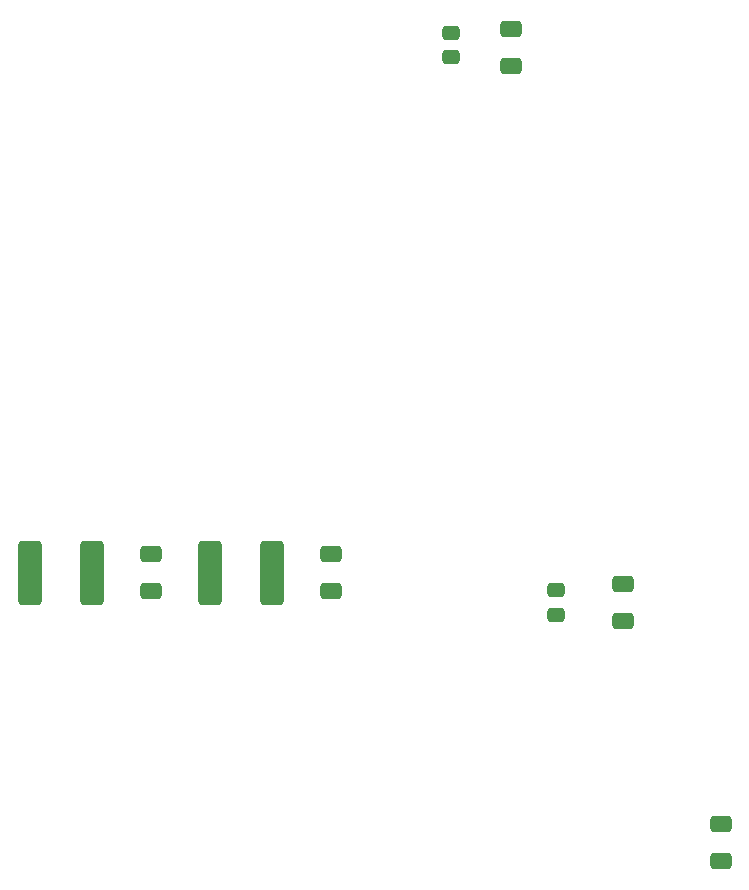
<source format=gbr>
%TF.GenerationSoftware,KiCad,Pcbnew,8.0.1*%
%TF.CreationDate,2024-08-10T06:31:29+02:00*%
%TF.ProjectId,2024-04-23 PCBV1.1,32303234-2d30-4342-9d32-332050434256,rev?*%
%TF.SameCoordinates,Original*%
%TF.FileFunction,Paste,Top*%
%TF.FilePolarity,Positive*%
%FSLAX46Y46*%
G04 Gerber Fmt 4.6, Leading zero omitted, Abs format (unit mm)*
G04 Created by KiCad (PCBNEW 8.0.1) date 2024-08-10 06:31:29*
%MOMM*%
%LPD*%
G01*
G04 APERTURE LIST*
G04 Aperture macros list*
%AMRoundRect*
0 Rectangle with rounded corners*
0 $1 Rounding radius*
0 $2 $3 $4 $5 $6 $7 $8 $9 X,Y pos of 4 corners*
0 Add a 4 corners polygon primitive as box body*
4,1,4,$2,$3,$4,$5,$6,$7,$8,$9,$2,$3,0*
0 Add four circle primitives for the rounded corners*
1,1,$1+$1,$2,$3*
1,1,$1+$1,$4,$5*
1,1,$1+$1,$6,$7*
1,1,$1+$1,$8,$9*
0 Add four rect primitives between the rounded corners*
20,1,$1+$1,$2,$3,$4,$5,0*
20,1,$1+$1,$4,$5,$6,$7,0*
20,1,$1+$1,$6,$7,$8,$9,0*
20,1,$1+$1,$8,$9,$2,$3,0*%
G04 Aperture macros list end*
%ADD10RoundRect,0.250000X0.650000X-0.412500X0.650000X0.412500X-0.650000X0.412500X-0.650000X-0.412500X0*%
%ADD11RoundRect,0.249999X-0.737501X-2.450001X0.737501X-2.450001X0.737501X2.450001X-0.737501X2.450001X0*%
%ADD12RoundRect,0.250000X-0.650000X0.412500X-0.650000X-0.412500X0.650000X-0.412500X0.650000X0.412500X0*%
%ADD13RoundRect,0.250000X0.475000X-0.337500X0.475000X0.337500X-0.475000X0.337500X-0.475000X-0.337500X0*%
%ADD14RoundRect,0.250000X-0.475000X0.337500X-0.475000X-0.337500X0.475000X-0.337500X0.475000X0.337500X0*%
G04 APERTURE END LIST*
D10*
%TO.C,C13*%
X111760000Y-151422500D03*
X111760000Y-148297500D03*
%TD*%
D11*
%TO.C,C4*%
X53242500Y-127000000D03*
X58517500Y-127000000D03*
%TD*%
D12*
%TO.C,C5*%
X78740000Y-125437500D03*
X78740000Y-128562500D03*
%TD*%
%TO.C,C3*%
X63500000Y-125437500D03*
X63500000Y-128562500D03*
%TD*%
%TO.C,C2*%
X103530000Y-127977500D03*
X103530000Y-131102500D03*
%TD*%
D10*
%TO.C,C15*%
X93980000Y-84112500D03*
X93980000Y-80987500D03*
%TD*%
D13*
%TO.C,C7*%
X97790000Y-130577500D03*
X97790000Y-128502500D03*
%TD*%
D11*
%TO.C,C6*%
X68482500Y-127000000D03*
X73757500Y-127000000D03*
%TD*%
D14*
%TO.C,C16*%
X88925000Y-81280000D03*
X88925000Y-83355000D03*
%TD*%
M02*

</source>
